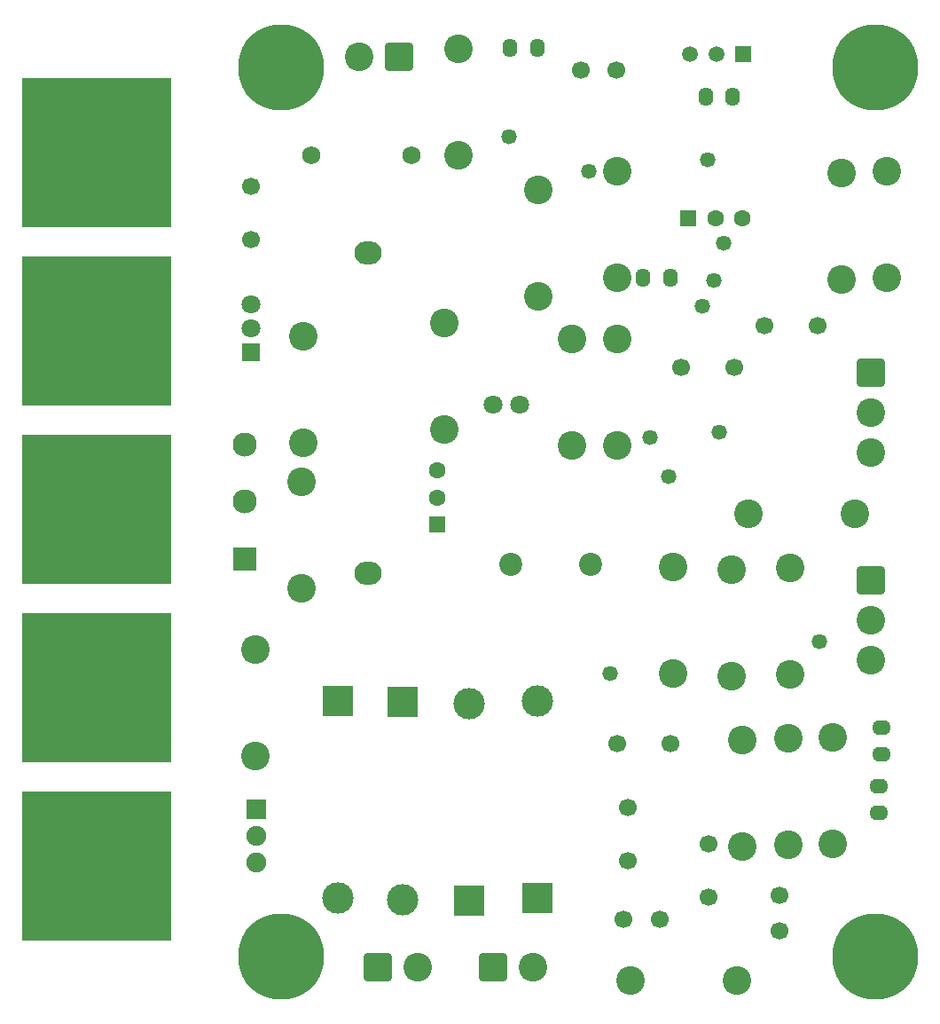
<source format=gbs>
G04*
G04 #@! TF.GenerationSoftware,Altium Limited,Altium Designer,20.0.13 (296)*
G04*
G04 Layer_Color=16711935*
%FSLAX42Y42*%
%MOMM*%
G71*
G01*
G75*
%ADD26C,1.70*%
%ADD27O,1.40X1.80*%
%ADD29C,2.74*%
G04:AMPARAMS|DCode=30|XSize=2.74mm|YSize=2.74mm|CornerRadius=0.42mm|HoleSize=0mm|Usage=FLASHONLY|Rotation=90.000|XOffset=0mm|YOffset=0mm|HoleType=Round|Shape=RoundedRectangle|*
%AMROUNDEDRECTD30*
21,1,2.74,1.91,0,0,90.0*
21,1,1.91,2.74,0,0,90.0*
1,1,0.84,0.95,0.95*
1,1,0.84,0.95,-0.95*
1,1,0.84,-0.95,-0.95*
1,1,0.84,-0.95,0.95*
%
%ADD30ROUNDEDRECTD30*%
%ADD31C,1.75*%
%ADD32R,2.30X2.30*%
%ADD33C,2.30*%
%ADD34O,2.60X2.20*%
%ADD35C,2.20*%
%ADD36C,1.60*%
%ADD37R,1.60X1.60*%
%ADD38C,1.80*%
%ADD39C,1.50*%
%ADD40R,1.50X1.50*%
G04:AMPARAMS|DCode=41|XSize=2.74mm|YSize=2.74mm|CornerRadius=0.42mm|HoleSize=0mm|Usage=FLASHONLY|Rotation=180.000|XOffset=0mm|YOffset=0mm|HoleType=Round|Shape=RoundedRectangle|*
%AMROUNDEDRECTD41*
21,1,2.74,1.91,0,0,180.0*
21,1,1.91,2.74,0,0,180.0*
1,1,0.84,-0.95,0.95*
1,1,0.84,0.95,0.95*
1,1,0.84,0.95,-0.95*
1,1,0.84,-0.95,-0.95*
%
%ADD41ROUNDEDRECTD41*%
%ADD42O,1.80X1.40*%
%ADD43C,3.00*%
%ADD44R,3.00X3.00*%
%ADD45R,1.80X1.80*%
%ADD46R,1.90X1.90*%
%ADD47C,1.90*%
%ADD48R,14.20X14.20*%
%ADD49C,8.20*%
%ADD50R,1.60X1.60*%
%ADD51C,1.47*%
D26*
X6157Y8915D02*
D03*
X5817D02*
D03*
X2667Y7811D02*
D03*
Y7303D02*
D03*
X8077Y6477D02*
D03*
X7569D02*
D03*
X6769Y6083D02*
D03*
X7277D02*
D03*
X6668Y2489D02*
D03*
X6160D02*
D03*
X6261Y1880D02*
D03*
Y1372D02*
D03*
X7036Y1537D02*
D03*
Y1029D02*
D03*
X7709Y1046D02*
D03*
Y706D02*
D03*
X6566Y813D02*
D03*
X6226D02*
D03*
D27*
X5140Y9131D02*
D03*
X5401D02*
D03*
X6410Y6934D02*
D03*
X6671D02*
D03*
X7267Y8661D02*
D03*
X7007D02*
D03*
D29*
X4648Y8103D02*
D03*
Y9119D02*
D03*
X3696Y9042D02*
D03*
X2705Y2375D02*
D03*
Y3391D02*
D03*
X3150Y4991D02*
D03*
Y3975D02*
D03*
X3162Y5359D02*
D03*
Y6375D02*
D03*
X4508Y5486D02*
D03*
Y6502D02*
D03*
X6160Y5334D02*
D03*
Y6350D02*
D03*
X5728Y5334D02*
D03*
Y6350D02*
D03*
X5410Y6756D02*
D03*
Y7772D02*
D03*
X6160Y6934D02*
D03*
Y7950D02*
D03*
X8306Y7938D02*
D03*
Y6921D02*
D03*
X8738Y6934D02*
D03*
Y7950D02*
D03*
X7417Y4686D02*
D03*
X8433D02*
D03*
X8585Y3670D02*
D03*
Y3289D02*
D03*
X6693Y3162D02*
D03*
Y4178D02*
D03*
X7252Y4153D02*
D03*
Y3137D02*
D03*
X7811Y3150D02*
D03*
Y4166D02*
D03*
X8217Y2553D02*
D03*
Y1537D02*
D03*
X7798Y1524D02*
D03*
Y2540D02*
D03*
X7303Y229D02*
D03*
X6287D02*
D03*
X8585Y5651D02*
D03*
Y5271D02*
D03*
X7353Y2527D02*
D03*
Y1511D02*
D03*
X5359Y356D02*
D03*
X4254D02*
D03*
D30*
X4077Y9042D02*
D03*
X4978Y356D02*
D03*
X3874D02*
D03*
D31*
X4198Y8103D02*
D03*
X3244D02*
D03*
D32*
X2603Y4254D02*
D03*
D33*
Y4799D02*
D03*
Y5344D02*
D03*
D34*
X3785Y4116D02*
D03*
Y7175D02*
D03*
D35*
X5144Y4204D02*
D03*
X5906D02*
D03*
D36*
X4445Y4839D02*
D03*
Y5099D02*
D03*
X7359Y7506D02*
D03*
X7099D02*
D03*
D37*
X4445Y4579D02*
D03*
D38*
X5232Y5728D02*
D03*
X4978D02*
D03*
X2667Y6681D02*
D03*
Y6452D02*
D03*
D39*
X6858Y9068D02*
D03*
X7112D02*
D03*
D40*
X7366D02*
D03*
D41*
X8585Y4051D02*
D03*
Y6033D02*
D03*
D42*
X8687Y2645D02*
D03*
Y2385D02*
D03*
X8661Y1826D02*
D03*
Y2086D02*
D03*
D43*
X5397Y2898D02*
D03*
X4750Y2872D02*
D03*
X4115Y1001D02*
D03*
X3492Y1014D02*
D03*
D44*
X5397D02*
D03*
X4750Y988D02*
D03*
X4115Y2885D02*
D03*
X3492Y2898D02*
D03*
D45*
X2667Y6223D02*
D03*
D46*
X2718Y1867D02*
D03*
D47*
Y1613D02*
D03*
Y1359D02*
D03*
D48*
X1194Y1321D02*
D03*
Y3023D02*
D03*
Y4724D02*
D03*
Y6426D02*
D03*
Y8128D02*
D03*
D49*
X8623Y457D02*
D03*
X2957D02*
D03*
Y8941D02*
D03*
X8623D02*
D03*
D50*
X6839Y7506D02*
D03*
D51*
X7178Y7261D02*
D03*
X6972Y6668D02*
D03*
X7137Y5461D02*
D03*
X6657Y5040D02*
D03*
X8090Y3467D02*
D03*
X6096Y3162D02*
D03*
X6477Y5410D02*
D03*
X5893Y7950D02*
D03*
X7023Y8064D02*
D03*
X7087Y6909D02*
D03*
X5131Y8280D02*
D03*
M02*

</source>
